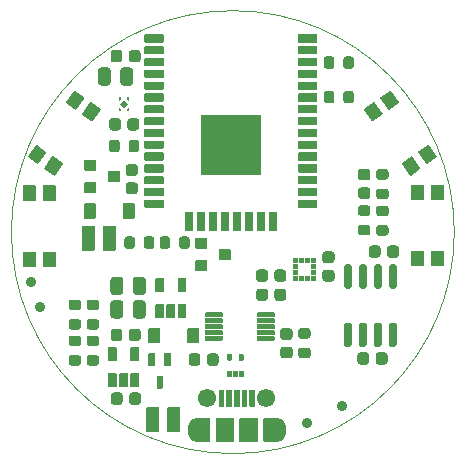
<source format=gts>
G04 #@! TF.GenerationSoftware,KiCad,Pcbnew,(5.1.10)-1*
G04 #@! TF.CreationDate,2021-07-30T17:06:45-07:00*
G04 #@! TF.ProjectId,esp32-smartwatch,65737033-322d-4736-9d61-727477617463,rev?*
G04 #@! TF.SameCoordinates,PX8f56560PY66b5f20*
G04 #@! TF.FileFunction,Soldermask,Top*
G04 #@! TF.FilePolarity,Negative*
%FSLAX46Y46*%
G04 Gerber Fmt 4.6, Leading zero omitted, Abs format (unit mm)*
G04 Created by KiCad (PCBNEW (5.1.10)-1) date 2021-07-30 17:06:45*
%MOMM*%
%LPD*%
G01*
G04 APERTURE LIST*
G04 #@! TA.AperFunction,Profile*
%ADD10C,0.050000*%
G04 #@! TD*
%ADD11O,1.300000X2.000000*%
%ADD12C,1.550000*%
%ADD13C,0.900000*%
%ADD14C,2.000000*%
G04 APERTURE END LIST*
D10*
X37530000Y18800000D02*
G75*
G03*
X37530000Y18800000I-18750000J0D01*
G01*
G36*
G01*
X12959300Y7509700D02*
X12959300Y8525700D01*
G75*
G02*
X13009300Y8575700I50000J0D01*
G01*
X13466500Y8575700D01*
G75*
G02*
X13516500Y8525700I0J-50000D01*
G01*
X13516500Y7509700D01*
G75*
G02*
X13466500Y7459700I-50000J0D01*
G01*
X13009300Y7459700D01*
G75*
G02*
X12959300Y7509700I0J50000D01*
G01*
G37*
G36*
G01*
X11638500Y7509700D02*
X11638500Y8525700D01*
G75*
G02*
X11688500Y8575700I50000J0D01*
G01*
X12145700Y8575700D01*
G75*
G02*
X12195700Y8525700I0J-50000D01*
G01*
X12195700Y7509700D01*
G75*
G02*
X12145700Y7459700I-50000J0D01*
G01*
X11688500Y7459700D01*
G75*
G02*
X11638500Y7509700I0J50000D01*
G01*
G37*
G36*
G01*
X12324300Y5579300D02*
X12324300Y6595300D01*
G75*
G02*
X12374300Y6645300I50000J0D01*
G01*
X12780700Y6645300D01*
G75*
G02*
X12830700Y6595300I0J-50000D01*
G01*
X12830700Y5579300D01*
G75*
G02*
X12780700Y5529300I-50000J0D01*
G01*
X12374300Y5529300D01*
G75*
G02*
X12324300Y5579300I0J50000D01*
G01*
G37*
G36*
G01*
X15568000Y1086000D02*
X15568000Y2986000D01*
G75*
G02*
X15618000Y3036000I50000J0D01*
G01*
X16818000Y3036000D01*
G75*
G02*
X16868000Y2986000I0J-50000D01*
G01*
X16868000Y1086000D01*
G75*
G02*
X16818000Y1036000I-50000J0D01*
G01*
X15618000Y1036000D01*
G75*
G02*
X15568000Y1086000I0J50000D01*
G01*
G37*
G36*
G01*
X21368000Y1086000D02*
X21368000Y2986000D01*
G75*
G02*
X21418000Y3036000I50000J0D01*
G01*
X22618000Y3036000D01*
G75*
G02*
X22668000Y2986000I0J-50000D01*
G01*
X22668000Y1086000D01*
G75*
G02*
X22618000Y1036000I-50000J0D01*
G01*
X21418000Y1036000D01*
G75*
G02*
X21368000Y1086000I0J50000D01*
G01*
G37*
D11*
X22618000Y2036000D03*
X15618000Y2036000D03*
G36*
G01*
X17318000Y1086000D02*
X17318000Y2986000D01*
G75*
G02*
X17368000Y3036000I50000J0D01*
G01*
X18868000Y3036000D01*
G75*
G02*
X18918000Y2986000I0J-50000D01*
G01*
X18918000Y1086000D01*
G75*
G02*
X18868000Y1036000I-50000J0D01*
G01*
X17368000Y1036000D01*
G75*
G02*
X17318000Y1086000I0J50000D01*
G01*
G37*
D12*
X21618000Y4736000D03*
G36*
G01*
X18868000Y4061000D02*
X18868000Y5411000D01*
G75*
G02*
X18918000Y5461000I50000J0D01*
G01*
X19318000Y5461000D01*
G75*
G02*
X19368000Y5411000I0J-50000D01*
G01*
X19368000Y4061000D01*
G75*
G02*
X19318000Y4011000I-50000J0D01*
G01*
X18918000Y4011000D01*
G75*
G02*
X18868000Y4061000I0J50000D01*
G01*
G37*
G36*
G01*
X19518000Y4061000D02*
X19518000Y5411000D01*
G75*
G02*
X19568000Y5461000I50000J0D01*
G01*
X19968000Y5461000D01*
G75*
G02*
X20018000Y5411000I0J-50000D01*
G01*
X20018000Y4061000D01*
G75*
G02*
X19968000Y4011000I-50000J0D01*
G01*
X19568000Y4011000D01*
G75*
G02*
X19518000Y4061000I0J50000D01*
G01*
G37*
G36*
G01*
X20168000Y4061000D02*
X20168000Y5411000D01*
G75*
G02*
X20218000Y5461000I50000J0D01*
G01*
X20618000Y5461000D01*
G75*
G02*
X20668000Y5411000I0J-50000D01*
G01*
X20668000Y4061000D01*
G75*
G02*
X20618000Y4011000I-50000J0D01*
G01*
X20218000Y4011000D01*
G75*
G02*
X20168000Y4061000I0J50000D01*
G01*
G37*
G36*
G01*
X17568000Y4061000D02*
X17568000Y5411000D01*
G75*
G02*
X17618000Y5461000I50000J0D01*
G01*
X18018000Y5461000D01*
G75*
G02*
X18068000Y5411000I0J-50000D01*
G01*
X18068000Y4061000D01*
G75*
G02*
X18018000Y4011000I-50000J0D01*
G01*
X17618000Y4011000D01*
G75*
G02*
X17568000Y4061000I0J50000D01*
G01*
G37*
G36*
G01*
X18218000Y4061000D02*
X18218000Y5411000D01*
G75*
G02*
X18268000Y5461000I50000J0D01*
G01*
X18668000Y5461000D01*
G75*
G02*
X18718000Y5411000I0J-50000D01*
G01*
X18718000Y4061000D01*
G75*
G02*
X18668000Y4011000I-50000J0D01*
G01*
X18268000Y4011000D01*
G75*
G02*
X18218000Y4061000I0J50000D01*
G01*
G37*
X16618000Y4736000D03*
G36*
G01*
X19318000Y1086000D02*
X19318000Y2986000D01*
G75*
G02*
X19368000Y3036000I50000J0D01*
G01*
X20868000Y3036000D01*
G75*
G02*
X20918000Y2986000I0J-50000D01*
G01*
X20918000Y1086000D01*
G75*
G02*
X20868000Y1036000I-50000J0D01*
G01*
X19368000Y1036000D01*
G75*
G02*
X19318000Y1086000I0J50000D01*
G01*
G37*
G36*
G01*
X1050000Y22758000D02*
X2050000Y22758000D01*
G75*
G02*
X2100000Y22708000I0J-50000D01*
G01*
X2100000Y21508000D01*
G75*
G02*
X2050000Y21458000I-50000J0D01*
G01*
X1050000Y21458000D01*
G75*
G02*
X1000000Y21508000I0J50000D01*
G01*
X1000000Y22708000D01*
G75*
G02*
X1050000Y22758000I50000J0D01*
G01*
G37*
G36*
G01*
X2750000Y22758000D02*
X3750000Y22758000D01*
G75*
G02*
X3800000Y22708000I0J-50000D01*
G01*
X3800000Y21508000D01*
G75*
G02*
X3750000Y21458000I-50000J0D01*
G01*
X2750000Y21458000D01*
G75*
G02*
X2700000Y21508000I0J50000D01*
G01*
X2700000Y22708000D01*
G75*
G02*
X2750000Y22758000I50000J0D01*
G01*
G37*
G36*
G01*
X2750000Y17158000D02*
X3750000Y17158000D01*
G75*
G02*
X3800000Y17108000I0J-50000D01*
G01*
X3800000Y15908000D01*
G75*
G02*
X3750000Y15858000I-50000J0D01*
G01*
X2750000Y15858000D01*
G75*
G02*
X2700000Y15908000I0J50000D01*
G01*
X2700000Y17108000D01*
G75*
G02*
X2750000Y17158000I50000J0D01*
G01*
G37*
G36*
G01*
X1050000Y17158000D02*
X2050000Y17158000D01*
G75*
G02*
X2100000Y17108000I0J-50000D01*
G01*
X2100000Y15908000D01*
G75*
G02*
X2050000Y15858000I-50000J0D01*
G01*
X1050000Y15858000D01*
G75*
G02*
X1000000Y15908000I0J50000D01*
G01*
X1000000Y17108000D01*
G75*
G02*
X1050000Y17158000I50000J0D01*
G01*
G37*
G36*
G01*
X32833666Y29717505D02*
X32014514Y29143929D01*
G75*
G02*
X31944877Y29156208I-28679J40958D01*
G01*
X31256585Y30139190D01*
G75*
G02*
X31268864Y30208827I40958J28679D01*
G01*
X32088016Y30782403D01*
G75*
G02*
X32157653Y30770124I28679J-40958D01*
G01*
X32845945Y29787142D01*
G75*
G02*
X32833666Y29717505I-40958J-28679D01*
G01*
G37*
G36*
G01*
X31441108Y28742425D02*
X30621956Y28168849D01*
G75*
G02*
X30552319Y28181128I-28679J40958D01*
G01*
X29864027Y29164110D01*
G75*
G02*
X29876306Y29233747I40958J28679D01*
G01*
X30695458Y29807323D01*
G75*
G02*
X30765095Y29795044I28679J-40958D01*
G01*
X31453387Y28812062D01*
G75*
G02*
X31441108Y28742425I-40958J-28679D01*
G01*
G37*
G36*
G01*
X34653136Y24155173D02*
X33833984Y23581597D01*
G75*
G02*
X33764347Y23593876I-28679J40958D01*
G01*
X33076055Y24576858D01*
G75*
G02*
X33088334Y24646495I40958J28679D01*
G01*
X33907486Y25220071D01*
G75*
G02*
X33977123Y25207792I28679J-40958D01*
G01*
X34665415Y24224810D01*
G75*
G02*
X34653136Y24155173I-40958J-28679D01*
G01*
G37*
G36*
G01*
X36045694Y25130253D02*
X35226542Y24556677D01*
G75*
G02*
X35156905Y24568956I-28679J40958D01*
G01*
X34468613Y25551938D01*
G75*
G02*
X34480892Y25621575I40958J28679D01*
G01*
X35300044Y26195151D01*
G75*
G02*
X35369681Y26182872I28679J-40958D01*
G01*
X36057973Y25199890D01*
G75*
G02*
X36045694Y25130253I-40958J-28679D01*
G01*
G37*
G36*
G01*
X30181250Y21612500D02*
X29618750Y21612500D01*
G75*
G02*
X29375000Y21856250I0J243750D01*
G01*
X29375000Y22343750D01*
G75*
G02*
X29618750Y22587500I243750J0D01*
G01*
X30181250Y22587500D01*
G75*
G02*
X30425000Y22343750I0J-243750D01*
G01*
X30425000Y21856250D01*
G75*
G02*
X30181250Y21612500I-243750J0D01*
G01*
G37*
G36*
G01*
X30181250Y23187500D02*
X29618750Y23187500D01*
G75*
G02*
X29375000Y23431250I0J243750D01*
G01*
X29375000Y23918750D01*
G75*
G02*
X29618750Y24162500I243750J0D01*
G01*
X30181250Y24162500D01*
G75*
G02*
X30425000Y23918750I0J-243750D01*
G01*
X30425000Y23431250D01*
G75*
G02*
X30181250Y23187500I-243750J0D01*
G01*
G37*
G36*
G01*
X20822000Y11649000D02*
X20822000Y11949000D01*
G75*
G02*
X20872000Y11999000I50000J0D01*
G01*
X22272000Y11999000D01*
G75*
G02*
X22322000Y11949000I0J-50000D01*
G01*
X22322000Y11649000D01*
G75*
G02*
X22272000Y11599000I-50000J0D01*
G01*
X20872000Y11599000D01*
G75*
G02*
X20822000Y11649000I0J50000D01*
G01*
G37*
G36*
G01*
X20822000Y11149000D02*
X20822000Y11449000D01*
G75*
G02*
X20872000Y11499000I50000J0D01*
G01*
X22272000Y11499000D01*
G75*
G02*
X22322000Y11449000I0J-50000D01*
G01*
X22322000Y11149000D01*
G75*
G02*
X22272000Y11099000I-50000J0D01*
G01*
X20872000Y11099000D01*
G75*
G02*
X20822000Y11149000I0J50000D01*
G01*
G37*
G36*
G01*
X20822000Y10649000D02*
X20822000Y10949000D01*
G75*
G02*
X20872000Y10999000I50000J0D01*
G01*
X22272000Y10999000D01*
G75*
G02*
X22322000Y10949000I0J-50000D01*
G01*
X22322000Y10649000D01*
G75*
G02*
X22272000Y10599000I-50000J0D01*
G01*
X20872000Y10599000D01*
G75*
G02*
X20822000Y10649000I0J50000D01*
G01*
G37*
G36*
G01*
X20822000Y10149000D02*
X20822000Y10449000D01*
G75*
G02*
X20872000Y10499000I50000J0D01*
G01*
X22272000Y10499000D01*
G75*
G02*
X22322000Y10449000I0J-50000D01*
G01*
X22322000Y10149000D01*
G75*
G02*
X22272000Y10099000I-50000J0D01*
G01*
X20872000Y10099000D01*
G75*
G02*
X20822000Y10149000I0J50000D01*
G01*
G37*
G36*
G01*
X20822000Y9649000D02*
X20822000Y9949000D01*
G75*
G02*
X20872000Y9999000I50000J0D01*
G01*
X22272000Y9999000D01*
G75*
G02*
X22322000Y9949000I0J-50000D01*
G01*
X22322000Y9649000D01*
G75*
G02*
X22272000Y9599000I-50000J0D01*
G01*
X20872000Y9599000D01*
G75*
G02*
X20822000Y9649000I0J50000D01*
G01*
G37*
G36*
G01*
X16422000Y9649000D02*
X16422000Y9949000D01*
G75*
G02*
X16472000Y9999000I50000J0D01*
G01*
X17872000Y9999000D01*
G75*
G02*
X17922000Y9949000I0J-50000D01*
G01*
X17922000Y9649000D01*
G75*
G02*
X17872000Y9599000I-50000J0D01*
G01*
X16472000Y9599000D01*
G75*
G02*
X16422000Y9649000I0J50000D01*
G01*
G37*
G36*
G01*
X16422000Y10149000D02*
X16422000Y10449000D01*
G75*
G02*
X16472000Y10499000I50000J0D01*
G01*
X17872000Y10499000D01*
G75*
G02*
X17922000Y10449000I0J-50000D01*
G01*
X17922000Y10149000D01*
G75*
G02*
X17872000Y10099000I-50000J0D01*
G01*
X16472000Y10099000D01*
G75*
G02*
X16422000Y10149000I0J50000D01*
G01*
G37*
G36*
G01*
X16422000Y10649000D02*
X16422000Y10949000D01*
G75*
G02*
X16472000Y10999000I50000J0D01*
G01*
X17872000Y10999000D01*
G75*
G02*
X17922000Y10949000I0J-50000D01*
G01*
X17922000Y10649000D01*
G75*
G02*
X17872000Y10599000I-50000J0D01*
G01*
X16472000Y10599000D01*
G75*
G02*
X16422000Y10649000I0J50000D01*
G01*
G37*
G36*
G01*
X16422000Y11149000D02*
X16422000Y11449000D01*
G75*
G02*
X16472000Y11499000I50000J0D01*
G01*
X17872000Y11499000D01*
G75*
G02*
X17922000Y11449000I0J-50000D01*
G01*
X17922000Y11149000D01*
G75*
G02*
X17872000Y11099000I-50000J0D01*
G01*
X16472000Y11099000D01*
G75*
G02*
X16422000Y11149000I0J50000D01*
G01*
G37*
G36*
G01*
X16422000Y11649000D02*
X16422000Y11949000D01*
G75*
G02*
X16472000Y11999000I50000J0D01*
G01*
X17872000Y11999000D01*
G75*
G02*
X17922000Y11949000I0J-50000D01*
G01*
X17922000Y11649000D01*
G75*
G02*
X17872000Y11599000I-50000J0D01*
G01*
X16472000Y11599000D01*
G75*
G02*
X16422000Y11649000I0J50000D01*
G01*
G37*
G36*
G01*
X16060000Y23698000D02*
X16060000Y28698000D01*
G75*
G02*
X16110000Y28748000I50000J0D01*
G01*
X21110000Y28748000D01*
G75*
G02*
X21160000Y28698000I0J-50000D01*
G01*
X21160000Y23698000D01*
G75*
G02*
X21110000Y23648000I-50000J0D01*
G01*
X16110000Y23648000D01*
G75*
G02*
X16060000Y23698000I0J50000D01*
G01*
G37*
G36*
G01*
X11298000Y20898000D02*
X11298000Y21498000D01*
G75*
G02*
X11348000Y21548000I50000J0D01*
G01*
X12872000Y21548000D01*
G75*
G02*
X12922000Y21498000I0J-50000D01*
G01*
X12922000Y20898000D01*
G75*
G02*
X12872000Y20848000I-50000J0D01*
G01*
X11348000Y20848000D01*
G75*
G02*
X11298000Y20898000I0J50000D01*
G01*
G37*
G36*
G01*
X11298000Y21898000D02*
X11298000Y22498000D01*
G75*
G02*
X11348000Y22548000I50000J0D01*
G01*
X12872000Y22548000D01*
G75*
G02*
X12922000Y22498000I0J-50000D01*
G01*
X12922000Y21898000D01*
G75*
G02*
X12872000Y21848000I-50000J0D01*
G01*
X11348000Y21848000D01*
G75*
G02*
X11298000Y21898000I0J50000D01*
G01*
G37*
G36*
G01*
X11298000Y22898000D02*
X11298000Y23498000D01*
G75*
G02*
X11348000Y23548000I50000J0D01*
G01*
X12872000Y23548000D01*
G75*
G02*
X12922000Y23498000I0J-50000D01*
G01*
X12922000Y22898000D01*
G75*
G02*
X12872000Y22848000I-50000J0D01*
G01*
X11348000Y22848000D01*
G75*
G02*
X11298000Y22898000I0J50000D01*
G01*
G37*
G36*
G01*
X11298000Y23898000D02*
X11298000Y24498000D01*
G75*
G02*
X11348000Y24548000I50000J0D01*
G01*
X12872000Y24548000D01*
G75*
G02*
X12922000Y24498000I0J-50000D01*
G01*
X12922000Y23898000D01*
G75*
G02*
X12872000Y23848000I-50000J0D01*
G01*
X11348000Y23848000D01*
G75*
G02*
X11298000Y23898000I0J50000D01*
G01*
G37*
G36*
G01*
X11298000Y24898000D02*
X11298000Y25498000D01*
G75*
G02*
X11348000Y25548000I50000J0D01*
G01*
X12872000Y25548000D01*
G75*
G02*
X12922000Y25498000I0J-50000D01*
G01*
X12922000Y24898000D01*
G75*
G02*
X12872000Y24848000I-50000J0D01*
G01*
X11348000Y24848000D01*
G75*
G02*
X11298000Y24898000I0J50000D01*
G01*
G37*
G36*
G01*
X11298000Y25898000D02*
X11298000Y26498000D01*
G75*
G02*
X11348000Y26548000I50000J0D01*
G01*
X12872000Y26548000D01*
G75*
G02*
X12922000Y26498000I0J-50000D01*
G01*
X12922000Y25898000D01*
G75*
G02*
X12872000Y25848000I-50000J0D01*
G01*
X11348000Y25848000D01*
G75*
G02*
X11298000Y25898000I0J50000D01*
G01*
G37*
G36*
G01*
X11298000Y26898000D02*
X11298000Y27498000D01*
G75*
G02*
X11348000Y27548000I50000J0D01*
G01*
X12872000Y27548000D01*
G75*
G02*
X12922000Y27498000I0J-50000D01*
G01*
X12922000Y26898000D01*
G75*
G02*
X12872000Y26848000I-50000J0D01*
G01*
X11348000Y26848000D01*
G75*
G02*
X11298000Y26898000I0J50000D01*
G01*
G37*
G36*
G01*
X11298000Y27898000D02*
X11298000Y28498000D01*
G75*
G02*
X11348000Y28548000I50000J0D01*
G01*
X12872000Y28548000D01*
G75*
G02*
X12922000Y28498000I0J-50000D01*
G01*
X12922000Y27898000D01*
G75*
G02*
X12872000Y27848000I-50000J0D01*
G01*
X11348000Y27848000D01*
G75*
G02*
X11298000Y27898000I0J50000D01*
G01*
G37*
G36*
G01*
X11298000Y28898000D02*
X11298000Y29498000D01*
G75*
G02*
X11348000Y29548000I50000J0D01*
G01*
X12872000Y29548000D01*
G75*
G02*
X12922000Y29498000I0J-50000D01*
G01*
X12922000Y28898000D01*
G75*
G02*
X12872000Y28848000I-50000J0D01*
G01*
X11348000Y28848000D01*
G75*
G02*
X11298000Y28898000I0J50000D01*
G01*
G37*
G36*
G01*
X11298000Y29898000D02*
X11298000Y30498000D01*
G75*
G02*
X11348000Y30548000I50000J0D01*
G01*
X12872000Y30548000D01*
G75*
G02*
X12922000Y30498000I0J-50000D01*
G01*
X12922000Y29898000D01*
G75*
G02*
X12872000Y29848000I-50000J0D01*
G01*
X11348000Y29848000D01*
G75*
G02*
X11298000Y29898000I0J50000D01*
G01*
G37*
G36*
G01*
X11298000Y30898000D02*
X11298000Y31498000D01*
G75*
G02*
X11348000Y31548000I50000J0D01*
G01*
X12872000Y31548000D01*
G75*
G02*
X12922000Y31498000I0J-50000D01*
G01*
X12922000Y30898000D01*
G75*
G02*
X12872000Y30848000I-50000J0D01*
G01*
X11348000Y30848000D01*
G75*
G02*
X11298000Y30898000I0J50000D01*
G01*
G37*
G36*
G01*
X11298000Y31898000D02*
X11298000Y32498000D01*
G75*
G02*
X11348000Y32548000I50000J0D01*
G01*
X12872000Y32548000D01*
G75*
G02*
X12922000Y32498000I0J-50000D01*
G01*
X12922000Y31898000D01*
G75*
G02*
X12872000Y31848000I-50000J0D01*
G01*
X11348000Y31848000D01*
G75*
G02*
X11298000Y31898000I0J50000D01*
G01*
G37*
G36*
G01*
X11298000Y32898000D02*
X11298000Y33498000D01*
G75*
G02*
X11348000Y33548000I50000J0D01*
G01*
X12872000Y33548000D01*
G75*
G02*
X12922000Y33498000I0J-50000D01*
G01*
X12922000Y32898000D01*
G75*
G02*
X12872000Y32848000I-50000J0D01*
G01*
X11348000Y32848000D01*
G75*
G02*
X11298000Y32898000I0J50000D01*
G01*
G37*
G36*
G01*
X11298000Y33898000D02*
X11298000Y34498000D01*
G75*
G02*
X11348000Y34548000I50000J0D01*
G01*
X12872000Y34548000D01*
G75*
G02*
X12922000Y34498000I0J-50000D01*
G01*
X12922000Y33898000D01*
G75*
G02*
X12872000Y33848000I-50000J0D01*
G01*
X11348000Y33848000D01*
G75*
G02*
X11298000Y33898000I0J50000D01*
G01*
G37*
G36*
G01*
X11298000Y34898000D02*
X11298000Y35498000D01*
G75*
G02*
X11348000Y35548000I50000J0D01*
G01*
X12872000Y35548000D01*
G75*
G02*
X12922000Y35498000I0J-50000D01*
G01*
X12922000Y34898000D01*
G75*
G02*
X12872000Y34848000I-50000J0D01*
G01*
X11348000Y34848000D01*
G75*
G02*
X11298000Y34898000I0J50000D01*
G01*
G37*
G36*
G01*
X24298000Y22898000D02*
X24298000Y23498000D01*
G75*
G02*
X24348000Y23548000I50000J0D01*
G01*
X25872000Y23548000D01*
G75*
G02*
X25922000Y23498000I0J-50000D01*
G01*
X25922000Y22898000D01*
G75*
G02*
X25872000Y22848000I-50000J0D01*
G01*
X24348000Y22848000D01*
G75*
G02*
X24298000Y22898000I0J50000D01*
G01*
G37*
G36*
G01*
X24298000Y24898000D02*
X24298000Y25498000D01*
G75*
G02*
X24348000Y25548000I50000J0D01*
G01*
X25872000Y25548000D01*
G75*
G02*
X25922000Y25498000I0J-50000D01*
G01*
X25922000Y24898000D01*
G75*
G02*
X25872000Y24848000I-50000J0D01*
G01*
X24348000Y24848000D01*
G75*
G02*
X24298000Y24898000I0J50000D01*
G01*
G37*
G36*
G01*
X24298000Y29898000D02*
X24298000Y30498000D01*
G75*
G02*
X24348000Y30548000I50000J0D01*
G01*
X25872000Y30548000D01*
G75*
G02*
X25922000Y30498000I0J-50000D01*
G01*
X25922000Y29898000D01*
G75*
G02*
X25872000Y29848000I-50000J0D01*
G01*
X24348000Y29848000D01*
G75*
G02*
X24298000Y29898000I0J50000D01*
G01*
G37*
G36*
G01*
X24298000Y23898000D02*
X24298000Y24498000D01*
G75*
G02*
X24348000Y24548000I50000J0D01*
G01*
X25872000Y24548000D01*
G75*
G02*
X25922000Y24498000I0J-50000D01*
G01*
X25922000Y23898000D01*
G75*
G02*
X25872000Y23848000I-50000J0D01*
G01*
X24348000Y23848000D01*
G75*
G02*
X24298000Y23898000I0J50000D01*
G01*
G37*
G36*
G01*
X24298000Y27898000D02*
X24298000Y28498000D01*
G75*
G02*
X24348000Y28548000I50000J0D01*
G01*
X25872000Y28548000D01*
G75*
G02*
X25922000Y28498000I0J-50000D01*
G01*
X25922000Y27898000D01*
G75*
G02*
X25872000Y27848000I-50000J0D01*
G01*
X24348000Y27848000D01*
G75*
G02*
X24298000Y27898000I0J50000D01*
G01*
G37*
G36*
G01*
X24298000Y21898000D02*
X24298000Y22498000D01*
G75*
G02*
X24348000Y22548000I50000J0D01*
G01*
X25872000Y22548000D01*
G75*
G02*
X25922000Y22498000I0J-50000D01*
G01*
X25922000Y21898000D01*
G75*
G02*
X25872000Y21848000I-50000J0D01*
G01*
X24348000Y21848000D01*
G75*
G02*
X24298000Y21898000I0J50000D01*
G01*
G37*
G36*
G01*
X24298000Y20898000D02*
X24298000Y21498000D01*
G75*
G02*
X24348000Y21548000I50000J0D01*
G01*
X25872000Y21548000D01*
G75*
G02*
X25922000Y21498000I0J-50000D01*
G01*
X25922000Y20898000D01*
G75*
G02*
X25872000Y20848000I-50000J0D01*
G01*
X24348000Y20848000D01*
G75*
G02*
X24298000Y20898000I0J50000D01*
G01*
G37*
G36*
G01*
X24298000Y30898000D02*
X24298000Y31498000D01*
G75*
G02*
X24348000Y31548000I50000J0D01*
G01*
X25872000Y31548000D01*
G75*
G02*
X25922000Y31498000I0J-50000D01*
G01*
X25922000Y30898000D01*
G75*
G02*
X25872000Y30848000I-50000J0D01*
G01*
X24348000Y30848000D01*
G75*
G02*
X24298000Y30898000I0J50000D01*
G01*
G37*
G36*
G01*
X24298000Y31898000D02*
X24298000Y32498000D01*
G75*
G02*
X24348000Y32548000I50000J0D01*
G01*
X25872000Y32548000D01*
G75*
G02*
X25922000Y32498000I0J-50000D01*
G01*
X25922000Y31898000D01*
G75*
G02*
X25872000Y31848000I-50000J0D01*
G01*
X24348000Y31848000D01*
G75*
G02*
X24298000Y31898000I0J50000D01*
G01*
G37*
G36*
G01*
X24298000Y32898000D02*
X24298000Y33498000D01*
G75*
G02*
X24348000Y33548000I50000J0D01*
G01*
X25872000Y33548000D01*
G75*
G02*
X25922000Y33498000I0J-50000D01*
G01*
X25922000Y32898000D01*
G75*
G02*
X25872000Y32848000I-50000J0D01*
G01*
X24348000Y32848000D01*
G75*
G02*
X24298000Y32898000I0J50000D01*
G01*
G37*
G36*
G01*
X24298000Y33898000D02*
X24298000Y34498000D01*
G75*
G02*
X24348000Y34548000I50000J0D01*
G01*
X25872000Y34548000D01*
G75*
G02*
X25922000Y34498000I0J-50000D01*
G01*
X25922000Y33898000D01*
G75*
G02*
X25872000Y33848000I-50000J0D01*
G01*
X24348000Y33848000D01*
G75*
G02*
X24298000Y33898000I0J50000D01*
G01*
G37*
G36*
G01*
X24298000Y26898000D02*
X24298000Y27498000D01*
G75*
G02*
X24348000Y27548000I50000J0D01*
G01*
X25872000Y27548000D01*
G75*
G02*
X25922000Y27498000I0J-50000D01*
G01*
X25922000Y26898000D01*
G75*
G02*
X25872000Y26848000I-50000J0D01*
G01*
X24348000Y26848000D01*
G75*
G02*
X24298000Y26898000I0J50000D01*
G01*
G37*
G36*
G01*
X24298000Y25898000D02*
X24298000Y26498000D01*
G75*
G02*
X24348000Y26548000I50000J0D01*
G01*
X25872000Y26548000D01*
G75*
G02*
X25922000Y26498000I0J-50000D01*
G01*
X25922000Y25898000D01*
G75*
G02*
X25872000Y25848000I-50000J0D01*
G01*
X24348000Y25848000D01*
G75*
G02*
X24298000Y25898000I0J50000D01*
G01*
G37*
G36*
G01*
X24298000Y34898000D02*
X24298000Y35498000D01*
G75*
G02*
X24348000Y35548000I50000J0D01*
G01*
X25872000Y35548000D01*
G75*
G02*
X25922000Y35498000I0J-50000D01*
G01*
X25922000Y34898000D01*
G75*
G02*
X25872000Y34848000I-50000J0D01*
G01*
X24348000Y34848000D01*
G75*
G02*
X24298000Y34898000I0J50000D01*
G01*
G37*
G36*
G01*
X24298000Y28898000D02*
X24298000Y29498000D01*
G75*
G02*
X24348000Y29548000I50000J0D01*
G01*
X25872000Y29548000D01*
G75*
G02*
X25922000Y29498000I0J-50000D01*
G01*
X25922000Y28898000D01*
G75*
G02*
X25872000Y28848000I-50000J0D01*
G01*
X24348000Y28848000D01*
G75*
G02*
X24298000Y28898000I0J50000D01*
G01*
G37*
G36*
G01*
X15354000Y18886000D02*
X14754000Y18886000D01*
G75*
G02*
X14704000Y18936000I0J50000D01*
G01*
X14704000Y20460000D01*
G75*
G02*
X14754000Y20510000I50000J0D01*
G01*
X15354000Y20510000D01*
G75*
G02*
X15404000Y20460000I0J-50000D01*
G01*
X15404000Y18936000D01*
G75*
G02*
X15354000Y18886000I-50000J0D01*
G01*
G37*
G36*
G01*
X16370000Y18886000D02*
X15770000Y18886000D01*
G75*
G02*
X15720000Y18936000I0J50000D01*
G01*
X15720000Y20460000D01*
G75*
G02*
X15770000Y20510000I50000J0D01*
G01*
X16370000Y20510000D01*
G75*
G02*
X16420000Y20460000I0J-50000D01*
G01*
X16420000Y18936000D01*
G75*
G02*
X16370000Y18886000I-50000J0D01*
G01*
G37*
G36*
G01*
X17386000Y18886000D02*
X16786000Y18886000D01*
G75*
G02*
X16736000Y18936000I0J50000D01*
G01*
X16736000Y20460000D01*
G75*
G02*
X16786000Y20510000I50000J0D01*
G01*
X17386000Y20510000D01*
G75*
G02*
X17436000Y20460000I0J-50000D01*
G01*
X17436000Y18936000D01*
G75*
G02*
X17386000Y18886000I-50000J0D01*
G01*
G37*
G36*
G01*
X18402000Y18886000D02*
X17802000Y18886000D01*
G75*
G02*
X17752000Y18936000I0J50000D01*
G01*
X17752000Y20460000D01*
G75*
G02*
X17802000Y20510000I50000J0D01*
G01*
X18402000Y20510000D01*
G75*
G02*
X18452000Y20460000I0J-50000D01*
G01*
X18452000Y18936000D01*
G75*
G02*
X18402000Y18886000I-50000J0D01*
G01*
G37*
G36*
G01*
X19418000Y18886000D02*
X18818000Y18886000D01*
G75*
G02*
X18768000Y18936000I0J50000D01*
G01*
X18768000Y20460000D01*
G75*
G02*
X18818000Y20510000I50000J0D01*
G01*
X19418000Y20510000D01*
G75*
G02*
X19468000Y20460000I0J-50000D01*
G01*
X19468000Y18936000D01*
G75*
G02*
X19418000Y18886000I-50000J0D01*
G01*
G37*
G36*
G01*
X20434000Y18886000D02*
X19834000Y18886000D01*
G75*
G02*
X19784000Y18936000I0J50000D01*
G01*
X19784000Y20460000D01*
G75*
G02*
X19834000Y20510000I50000J0D01*
G01*
X20434000Y20510000D01*
G75*
G02*
X20484000Y20460000I0J-50000D01*
G01*
X20484000Y18936000D01*
G75*
G02*
X20434000Y18886000I-50000J0D01*
G01*
G37*
G36*
G01*
X21450000Y18886000D02*
X20850000Y18886000D01*
G75*
G02*
X20800000Y18936000I0J50000D01*
G01*
X20800000Y20460000D01*
G75*
G02*
X20850000Y20510000I50000J0D01*
G01*
X21450000Y20510000D01*
G75*
G02*
X21500000Y20460000I0J-50000D01*
G01*
X21500000Y18936000D01*
G75*
G02*
X21450000Y18886000I-50000J0D01*
G01*
G37*
G36*
G01*
X22466000Y18886000D02*
X21866000Y18886000D01*
G75*
G02*
X21816000Y18936000I0J50000D01*
G01*
X21816000Y20460000D01*
G75*
G02*
X21866000Y20510000I50000J0D01*
G01*
X22466000Y20510000D01*
G75*
G02*
X22516000Y20460000I0J-50000D01*
G01*
X22516000Y18936000D01*
G75*
G02*
X22466000Y18886000I-50000J0D01*
G01*
G37*
G36*
G01*
X18641000Y6522000D02*
X18341000Y6522000D01*
G75*
G02*
X18291000Y6572000I0J50000D01*
G01*
X18291000Y7022000D01*
G75*
G02*
X18341000Y7072000I50000J0D01*
G01*
X18641000Y7072000D01*
G75*
G02*
X18691000Y7022000I0J-50000D01*
G01*
X18691000Y6572000D01*
G75*
G02*
X18641000Y6522000I-50000J0D01*
G01*
G37*
G36*
G01*
X19641000Y6522000D02*
X19341000Y6522000D01*
G75*
G02*
X19291000Y6572000I0J50000D01*
G01*
X19291000Y7022000D01*
G75*
G02*
X19341000Y7072000I50000J0D01*
G01*
X19641000Y7072000D01*
G75*
G02*
X19691000Y7022000I0J-50000D01*
G01*
X19691000Y6572000D01*
G75*
G02*
X19641000Y6522000I-50000J0D01*
G01*
G37*
G36*
G01*
X18641000Y7922000D02*
X18341000Y7922000D01*
G75*
G02*
X18291000Y7972000I0J50000D01*
G01*
X18291000Y8422000D01*
G75*
G02*
X18341000Y8472000I50000J0D01*
G01*
X18641000Y8472000D01*
G75*
G02*
X18691000Y8422000I0J-50000D01*
G01*
X18691000Y7972000D01*
G75*
G02*
X18641000Y7922000I-50000J0D01*
G01*
G37*
G36*
G01*
X19141000Y6522000D02*
X18841000Y6522000D01*
G75*
G02*
X18791000Y6572000I0J50000D01*
G01*
X18791000Y7022000D01*
G75*
G02*
X18841000Y7072000I50000J0D01*
G01*
X19141000Y7072000D01*
G75*
G02*
X19191000Y7022000I0J-50000D01*
G01*
X19191000Y6572000D01*
G75*
G02*
X19141000Y6522000I-50000J0D01*
G01*
G37*
G36*
G01*
X19641000Y7922000D02*
X19341000Y7922000D01*
G75*
G02*
X19291000Y7972000I0J50000D01*
G01*
X19291000Y8422000D01*
G75*
G02*
X19341000Y8472000I50000J0D01*
G01*
X19641000Y8472000D01*
G75*
G02*
X19691000Y8422000I0J-50000D01*
G01*
X19691000Y7972000D01*
G75*
G02*
X19641000Y7922000I-50000J0D01*
G01*
G37*
D13*
X1655500Y14545500D03*
X28008000Y4068000D03*
X2450000Y12450000D03*
X25087000Y2671000D03*
G36*
G01*
X12564000Y3925000D02*
X12564000Y1925000D01*
G75*
G02*
X12514000Y1875000I-50000J0D01*
G01*
X11514000Y1875000D01*
G75*
G02*
X11464000Y1925000I0J50000D01*
G01*
X11464000Y3925000D01*
G75*
G02*
X11514000Y3975000I50000J0D01*
G01*
X12514000Y3975000D01*
G75*
G02*
X12564000Y3925000I0J-50000D01*
G01*
G37*
G36*
G01*
X14334000Y3925000D02*
X14334000Y1925000D01*
G75*
G02*
X14284000Y1875000I-50000J0D01*
G01*
X13284000Y1875000D01*
G75*
G02*
X13234000Y1925000I0J50000D01*
G01*
X13234000Y3925000D01*
G75*
G02*
X13284000Y3975000I50000J0D01*
G01*
X14284000Y3975000D01*
G75*
G02*
X14334000Y3925000I0J-50000D01*
G01*
G37*
G36*
G01*
X5385984Y30782403D02*
X6205136Y30208827D01*
G75*
G02*
X6217415Y30139190I-28679J-40958D01*
G01*
X5529123Y29156208D01*
G75*
G02*
X5459486Y29143929I-40958J28679D01*
G01*
X4640334Y29717505D01*
G75*
G02*
X4628055Y29787142I28679J40958D01*
G01*
X5316347Y30770124D01*
G75*
G02*
X5385984Y30782403I40958J-28679D01*
G01*
G37*
G36*
G01*
X6778542Y29807323D02*
X7597694Y29233747D01*
G75*
G02*
X7609973Y29164110I-28679J-40958D01*
G01*
X6921681Y28181128D01*
G75*
G02*
X6852044Y28168849I-40958J28679D01*
G01*
X6032892Y28742425D01*
G75*
G02*
X6020613Y28812062I28679J40958D01*
G01*
X6708905Y29795044D01*
G75*
G02*
X6778542Y29807323I40958J-28679D01*
G01*
G37*
G36*
G01*
X3566514Y25220071D02*
X4385666Y24646495D01*
G75*
G02*
X4397945Y24576858I-28679J-40958D01*
G01*
X3709653Y23593876D01*
G75*
G02*
X3640016Y23581597I-40958J28679D01*
G01*
X2820864Y24155173D01*
G75*
G02*
X2808585Y24224810I28679J40958D01*
G01*
X3496877Y25207792D01*
G75*
G02*
X3566514Y25220071I40958J-28679D01*
G01*
G37*
G36*
G01*
X2173956Y26195151D02*
X2993108Y25621575D01*
G75*
G02*
X3005387Y25551938I-28679J-40958D01*
G01*
X2317095Y24568956D01*
G75*
G02*
X2247458Y24556677I-40958J28679D01*
G01*
X1428306Y25130253D01*
G75*
G02*
X1416027Y25199890I28679J40958D01*
G01*
X2104319Y26182872D01*
G75*
G02*
X2173956Y26195151I40958J-28679D01*
G01*
G37*
G36*
G01*
X36597000Y15900000D02*
X35597000Y15900000D01*
G75*
G02*
X35547000Y15950000I0J50000D01*
G01*
X35547000Y17150000D01*
G75*
G02*
X35597000Y17200000I50000J0D01*
G01*
X36597000Y17200000D01*
G75*
G02*
X36647000Y17150000I0J-50000D01*
G01*
X36647000Y15950000D01*
G75*
G02*
X36597000Y15900000I-50000J0D01*
G01*
G37*
G36*
G01*
X34897000Y15900000D02*
X33897000Y15900000D01*
G75*
G02*
X33847000Y15950000I0J50000D01*
G01*
X33847000Y17150000D01*
G75*
G02*
X33897000Y17200000I50000J0D01*
G01*
X34897000Y17200000D01*
G75*
G02*
X34947000Y17150000I0J-50000D01*
G01*
X34947000Y15950000D01*
G75*
G02*
X34897000Y15900000I-50000J0D01*
G01*
G37*
G36*
G01*
X34897000Y21500000D02*
X33897000Y21500000D01*
G75*
G02*
X33847000Y21550000I0J50000D01*
G01*
X33847000Y22750000D01*
G75*
G02*
X33897000Y22800000I50000J0D01*
G01*
X34897000Y22800000D01*
G75*
G02*
X34947000Y22750000I0J-50000D01*
G01*
X34947000Y21550000D01*
G75*
G02*
X34897000Y21500000I-50000J0D01*
G01*
G37*
G36*
G01*
X36597000Y21500000D02*
X35597000Y21500000D01*
G75*
G02*
X35547000Y21550000I0J50000D01*
G01*
X35547000Y22750000D01*
G75*
G02*
X35597000Y22800000I50000J0D01*
G01*
X36597000Y22800000D01*
G75*
G02*
X36647000Y22750000I0J-50000D01*
G01*
X36647000Y21550000D01*
G75*
G02*
X36597000Y21500000I-50000J0D01*
G01*
G37*
G36*
G01*
X28691000Y9077000D02*
X28341000Y9077000D01*
G75*
G02*
X28166000Y9252000I0J175000D01*
G01*
X28166000Y10952000D01*
G75*
G02*
X28341000Y11127000I175000J0D01*
G01*
X28691000Y11127000D01*
G75*
G02*
X28866000Y10952000I0J-175000D01*
G01*
X28866000Y9252000D01*
G75*
G02*
X28691000Y9077000I-175000J0D01*
G01*
G37*
G36*
G01*
X29961000Y9077000D02*
X29611000Y9077000D01*
G75*
G02*
X29436000Y9252000I0J175000D01*
G01*
X29436000Y10952000D01*
G75*
G02*
X29611000Y11127000I175000J0D01*
G01*
X29961000Y11127000D01*
G75*
G02*
X30136000Y10952000I0J-175000D01*
G01*
X30136000Y9252000D01*
G75*
G02*
X29961000Y9077000I-175000J0D01*
G01*
G37*
G36*
G01*
X31231000Y9077000D02*
X30881000Y9077000D01*
G75*
G02*
X30706000Y9252000I0J175000D01*
G01*
X30706000Y10952000D01*
G75*
G02*
X30881000Y11127000I175000J0D01*
G01*
X31231000Y11127000D01*
G75*
G02*
X31406000Y10952000I0J-175000D01*
G01*
X31406000Y9252000D01*
G75*
G02*
X31231000Y9077000I-175000J0D01*
G01*
G37*
G36*
G01*
X32501000Y9077000D02*
X32151000Y9077000D01*
G75*
G02*
X31976000Y9252000I0J175000D01*
G01*
X31976000Y10952000D01*
G75*
G02*
X32151000Y11127000I175000J0D01*
G01*
X32501000Y11127000D01*
G75*
G02*
X32676000Y10952000I0J-175000D01*
G01*
X32676000Y9252000D01*
G75*
G02*
X32501000Y9077000I-175000J0D01*
G01*
G37*
G36*
G01*
X32501000Y14027000D02*
X32151000Y14027000D01*
G75*
G02*
X31976000Y14202000I0J175000D01*
G01*
X31976000Y15902000D01*
G75*
G02*
X32151000Y16077000I175000J0D01*
G01*
X32501000Y16077000D01*
G75*
G02*
X32676000Y15902000I0J-175000D01*
G01*
X32676000Y14202000D01*
G75*
G02*
X32501000Y14027000I-175000J0D01*
G01*
G37*
G36*
G01*
X31231000Y14027000D02*
X30881000Y14027000D01*
G75*
G02*
X30706000Y14202000I0J175000D01*
G01*
X30706000Y15902000D01*
G75*
G02*
X30881000Y16077000I175000J0D01*
G01*
X31231000Y16077000D01*
G75*
G02*
X31406000Y15902000I0J-175000D01*
G01*
X31406000Y14202000D01*
G75*
G02*
X31231000Y14027000I-175000J0D01*
G01*
G37*
G36*
G01*
X29961000Y14027000D02*
X29611000Y14027000D01*
G75*
G02*
X29436000Y14202000I0J175000D01*
G01*
X29436000Y15902000D01*
G75*
G02*
X29611000Y16077000I175000J0D01*
G01*
X29961000Y16077000D01*
G75*
G02*
X30136000Y15902000I0J-175000D01*
G01*
X30136000Y14202000D01*
G75*
G02*
X29961000Y14027000I-175000J0D01*
G01*
G37*
G36*
G01*
X28691000Y14027000D02*
X28341000Y14027000D01*
G75*
G02*
X28166000Y14202000I0J175000D01*
G01*
X28166000Y15902000D01*
G75*
G02*
X28341000Y16077000I175000J0D01*
G01*
X28691000Y16077000D01*
G75*
G02*
X28866000Y15902000I0J-175000D01*
G01*
X28866000Y14202000D01*
G75*
G02*
X28691000Y14027000I-175000J0D01*
G01*
G37*
G36*
G01*
X23584000Y9664000D02*
X23034000Y9664000D01*
G75*
G02*
X22784000Y9914000I0J250000D01*
G01*
X22784000Y10414000D01*
G75*
G02*
X23034000Y10664000I250000J0D01*
G01*
X23584000Y10664000D01*
G75*
G02*
X23834000Y10414000I0J-250000D01*
G01*
X23834000Y9914000D01*
G75*
G02*
X23584000Y9664000I-250000J0D01*
G01*
G37*
G36*
G01*
X23584000Y8114000D02*
X23034000Y8114000D01*
G75*
G02*
X22784000Y8364000I0J250000D01*
G01*
X22784000Y8864000D01*
G75*
G02*
X23034000Y9114000I250000J0D01*
G01*
X23584000Y9114000D01*
G75*
G02*
X23834000Y8864000I0J-250000D01*
G01*
X23834000Y8364000D01*
G75*
G02*
X23584000Y8114000I-250000J0D01*
G01*
G37*
G36*
G01*
X5102000Y8392000D02*
X5702000Y8392000D01*
G75*
G02*
X5927000Y8167000I0J-225000D01*
G01*
X5927000Y7717000D01*
G75*
G02*
X5702000Y7492000I-225000J0D01*
G01*
X5102000Y7492000D01*
G75*
G02*
X4877000Y7717000I0J225000D01*
G01*
X4877000Y8167000D01*
G75*
G02*
X5102000Y8392000I225000J0D01*
G01*
G37*
G36*
G01*
X5102000Y10042000D02*
X5702000Y10042000D01*
G75*
G02*
X5927000Y9817000I0J-225000D01*
G01*
X5927000Y9367000D01*
G75*
G02*
X5702000Y9142000I-225000J0D01*
G01*
X5102000Y9142000D01*
G75*
G02*
X4877000Y9367000I0J225000D01*
G01*
X4877000Y9817000D01*
G75*
G02*
X5102000Y10042000I225000J0D01*
G01*
G37*
G36*
G01*
X8873000Y19292000D02*
X8873000Y17292000D01*
G75*
G02*
X8823000Y17242000I-50000J0D01*
G01*
X7823000Y17242000D01*
G75*
G02*
X7773000Y17292000I0J50000D01*
G01*
X7773000Y19292000D01*
G75*
G02*
X7823000Y19342000I50000J0D01*
G01*
X8823000Y19342000D01*
G75*
G02*
X8873000Y19292000I0J-50000D01*
G01*
G37*
G36*
G01*
X7103000Y19292000D02*
X7103000Y17292000D01*
G75*
G02*
X7053000Y17242000I-50000J0D01*
G01*
X6053000Y17242000D01*
G75*
G02*
X6003000Y17292000I0J50000D01*
G01*
X6003000Y19292000D01*
G75*
G02*
X6053000Y19342000I50000J0D01*
G01*
X7053000Y19342000D01*
G75*
G02*
X7103000Y19292000I0J-50000D01*
G01*
G37*
G36*
G01*
X31839000Y16874000D02*
X31839000Y17424000D01*
G75*
G02*
X32089000Y17674000I250000J0D01*
G01*
X32589000Y17674000D01*
G75*
G02*
X32839000Y17424000I0J-250000D01*
G01*
X32839000Y16874000D01*
G75*
G02*
X32589000Y16624000I-250000J0D01*
G01*
X32089000Y16624000D01*
G75*
G02*
X31839000Y16874000I0J250000D01*
G01*
G37*
G36*
G01*
X30289000Y16874000D02*
X30289000Y17424000D01*
G75*
G02*
X30539000Y17674000I250000J0D01*
G01*
X31039000Y17674000D01*
G75*
G02*
X31289000Y17424000I0J-250000D01*
G01*
X31289000Y16874000D01*
G75*
G02*
X31039000Y16624000I-250000J0D01*
G01*
X30539000Y16624000D01*
G75*
G02*
X30289000Y16874000I0J250000D01*
G01*
G37*
G36*
G01*
X17586000Y8280000D02*
X17586000Y7730000D01*
G75*
G02*
X17336000Y7480000I-250000J0D01*
G01*
X16836000Y7480000D01*
G75*
G02*
X16586000Y7730000I0J250000D01*
G01*
X16586000Y8280000D01*
G75*
G02*
X16836000Y8530000I250000J0D01*
G01*
X17336000Y8530000D01*
G75*
G02*
X17586000Y8280000I0J-250000D01*
G01*
G37*
G36*
G01*
X16036000Y8280000D02*
X16036000Y7730000D01*
G75*
G02*
X15786000Y7480000I-250000J0D01*
G01*
X15286000Y7480000D01*
G75*
G02*
X15036000Y7730000I0J250000D01*
G01*
X15036000Y8280000D01*
G75*
G02*
X15286000Y8530000I250000J0D01*
G01*
X15786000Y8530000D01*
G75*
G02*
X16036000Y8280000I0J-250000D01*
G01*
G37*
G36*
G01*
X27140000Y14617000D02*
X26590000Y14617000D01*
G75*
G02*
X26340000Y14867000I0J250000D01*
G01*
X26340000Y15367000D01*
G75*
G02*
X26590000Y15617000I250000J0D01*
G01*
X27140000Y15617000D01*
G75*
G02*
X27390000Y15367000I0J-250000D01*
G01*
X27390000Y14867000D01*
G75*
G02*
X27140000Y14617000I-250000J0D01*
G01*
G37*
G36*
G01*
X27140000Y16167000D02*
X26590000Y16167000D01*
G75*
G02*
X26340000Y16417000I0J250000D01*
G01*
X26340000Y16917000D01*
G75*
G02*
X26590000Y17167000I250000J0D01*
G01*
X27140000Y17167000D01*
G75*
G02*
X27390000Y16917000I0J-250000D01*
G01*
X27390000Y16417000D01*
G75*
G02*
X27140000Y16167000I-250000J0D01*
G01*
G37*
G36*
G01*
X11413000Y12759500D02*
X11413000Y11759500D01*
G75*
G02*
X11138000Y11484500I-275000J0D01*
G01*
X10588000Y11484500D01*
G75*
G02*
X10313000Y11759500I0J275000D01*
G01*
X10313000Y12759500D01*
G75*
G02*
X10588000Y13034500I275000J0D01*
G01*
X11138000Y13034500D01*
G75*
G02*
X11413000Y12759500I0J-275000D01*
G01*
G37*
G36*
G01*
X9513000Y12759500D02*
X9513000Y11759500D01*
G75*
G02*
X9238000Y11484500I-275000J0D01*
G01*
X8688000Y11484500D01*
G75*
G02*
X8413000Y11759500I0J275000D01*
G01*
X8413000Y12759500D01*
G75*
G02*
X8688000Y13034500I275000J0D01*
G01*
X9238000Y13034500D01*
G75*
G02*
X9513000Y12759500I0J-275000D01*
G01*
G37*
G36*
G01*
X23300000Y13775000D02*
X23300000Y13225000D01*
G75*
G02*
X23050000Y12975000I-250000J0D01*
G01*
X22550000Y12975000D01*
G75*
G02*
X22300000Y13225000I0J250000D01*
G01*
X22300000Y13775000D01*
G75*
G02*
X22550000Y14025000I250000J0D01*
G01*
X23050000Y14025000D01*
G75*
G02*
X23300000Y13775000I0J-250000D01*
G01*
G37*
G36*
G01*
X21750000Y13775000D02*
X21750000Y13225000D01*
G75*
G02*
X21500000Y12975000I-250000J0D01*
G01*
X21000000Y12975000D01*
G75*
G02*
X20750000Y13225000I0J250000D01*
G01*
X20750000Y13775000D01*
G75*
G02*
X21000000Y14025000I250000J0D01*
G01*
X21500000Y14025000D01*
G75*
G02*
X21750000Y13775000I0J-250000D01*
G01*
G37*
G36*
G01*
X21751000Y15392000D02*
X21751000Y14842000D01*
G75*
G02*
X21501000Y14592000I-250000J0D01*
G01*
X21001000Y14592000D01*
G75*
G02*
X20751000Y14842000I0J250000D01*
G01*
X20751000Y15392000D01*
G75*
G02*
X21001000Y15642000I250000J0D01*
G01*
X21501000Y15642000D01*
G75*
G02*
X21751000Y15392000I0J-250000D01*
G01*
G37*
G36*
G01*
X23301000Y15392000D02*
X23301000Y14842000D01*
G75*
G02*
X23051000Y14592000I-250000J0D01*
G01*
X22551000Y14592000D01*
G75*
G02*
X22301000Y14842000I0J250000D01*
G01*
X22301000Y15392000D01*
G75*
G02*
X22551000Y15642000I250000J0D01*
G01*
X23051000Y15642000D01*
G75*
G02*
X23301000Y15392000I0J-250000D01*
G01*
G37*
G36*
G01*
X9513000Y14750000D02*
X9513000Y13750000D01*
G75*
G02*
X9238000Y13475000I-275000J0D01*
G01*
X8688000Y13475000D01*
G75*
G02*
X8413000Y13750000I0J275000D01*
G01*
X8413000Y14750000D01*
G75*
G02*
X8688000Y15025000I275000J0D01*
G01*
X9238000Y15025000D01*
G75*
G02*
X9513000Y14750000I0J-275000D01*
G01*
G37*
G36*
G01*
X11413000Y14750000D02*
X11413000Y13750000D01*
G75*
G02*
X11138000Y13475000I-275000J0D01*
G01*
X10588000Y13475000D01*
G75*
G02*
X10313000Y13750000I0J275000D01*
G01*
X10313000Y14750000D01*
G75*
G02*
X10588000Y15025000I275000J0D01*
G01*
X11138000Y15025000D01*
G75*
G02*
X11413000Y14750000I0J-275000D01*
G01*
G37*
G36*
G01*
X29325000Y7825000D02*
X29325000Y8375000D01*
G75*
G02*
X29575000Y8625000I250000J0D01*
G01*
X30075000Y8625000D01*
G75*
G02*
X30325000Y8375000I0J-250000D01*
G01*
X30325000Y7825000D01*
G75*
G02*
X30075000Y7575000I-250000J0D01*
G01*
X29575000Y7575000D01*
G75*
G02*
X29325000Y7825000I0J250000D01*
G01*
G37*
G36*
G01*
X30875000Y7825000D02*
X30875000Y8375000D01*
G75*
G02*
X31125000Y8625000I250000J0D01*
G01*
X31625000Y8625000D01*
G75*
G02*
X31875000Y8375000I0J-250000D01*
G01*
X31875000Y7825000D01*
G75*
G02*
X31625000Y7575000I-250000J0D01*
G01*
X31125000Y7575000D01*
G75*
G02*
X30875000Y7825000I0J250000D01*
G01*
G37*
G36*
G01*
X10350000Y32475000D02*
X10350000Y31475000D01*
G75*
G02*
X10075000Y31200000I-275000J0D01*
G01*
X9525000Y31200000D01*
G75*
G02*
X9250000Y31475000I0J275000D01*
G01*
X9250000Y32475000D01*
G75*
G02*
X9525000Y32750000I275000J0D01*
G01*
X10075000Y32750000D01*
G75*
G02*
X10350000Y32475000I0J-275000D01*
G01*
G37*
G36*
G01*
X8450000Y32475000D02*
X8450000Y31475000D01*
G75*
G02*
X8175000Y31200000I-275000J0D01*
G01*
X7625000Y31200000D01*
G75*
G02*
X7350000Y31475000I0J275000D01*
G01*
X7350000Y32475000D01*
G75*
G02*
X7625000Y32750000I275000J0D01*
G01*
X8175000Y32750000D01*
G75*
G02*
X8450000Y32475000I0J-275000D01*
G01*
G37*
G36*
G01*
X9425000Y33975000D02*
X9425000Y33425000D01*
G75*
G02*
X9175000Y33175000I-250000J0D01*
G01*
X8675000Y33175000D01*
G75*
G02*
X8425000Y33425000I0J250000D01*
G01*
X8425000Y33975000D01*
G75*
G02*
X8675000Y34225000I250000J0D01*
G01*
X9175000Y34225000D01*
G75*
G02*
X9425000Y33975000I0J-250000D01*
G01*
G37*
G36*
G01*
X10975000Y33975000D02*
X10975000Y33425000D01*
G75*
G02*
X10725000Y33175000I-250000J0D01*
G01*
X10225000Y33175000D01*
G75*
G02*
X9975000Y33425000I0J250000D01*
G01*
X9975000Y33975000D01*
G75*
G02*
X10225000Y34225000I250000J0D01*
G01*
X10725000Y34225000D01*
G75*
G02*
X10975000Y33975000I0J-250000D01*
G01*
G37*
G36*
G01*
X10860000Y28205000D02*
X10860000Y27655000D01*
G75*
G02*
X10610000Y27405000I-250000J0D01*
G01*
X10110000Y27405000D01*
G75*
G02*
X9860000Y27655000I0J250000D01*
G01*
X9860000Y28205000D01*
G75*
G02*
X10110000Y28455000I250000J0D01*
G01*
X10610000Y28455000D01*
G75*
G02*
X10860000Y28205000I0J-250000D01*
G01*
G37*
G36*
G01*
X9310000Y28205000D02*
X9310000Y27655000D01*
G75*
G02*
X9060000Y27405000I-250000J0D01*
G01*
X8560000Y27405000D01*
G75*
G02*
X8310000Y27655000I0J250000D01*
G01*
X8310000Y28205000D01*
G75*
G02*
X8560000Y28455000I250000J0D01*
G01*
X9060000Y28455000D01*
G75*
G02*
X9310000Y28205000I0J-250000D01*
G01*
G37*
G36*
G01*
X9432000Y10375500D02*
X9432000Y9825500D01*
G75*
G02*
X9182000Y9575500I-250000J0D01*
G01*
X8682000Y9575500D01*
G75*
G02*
X8432000Y9825500I0J250000D01*
G01*
X8432000Y10375500D01*
G75*
G02*
X8682000Y10625500I250000J0D01*
G01*
X9182000Y10625500D01*
G75*
G02*
X9432000Y10375500I0J-250000D01*
G01*
G37*
G36*
G01*
X10982000Y10375500D02*
X10982000Y9825500D01*
G75*
G02*
X10732000Y9575500I-250000J0D01*
G01*
X10232000Y9575500D01*
G75*
G02*
X9982000Y9825500I0J250000D01*
G01*
X9982000Y10375500D01*
G75*
G02*
X10232000Y10625500I250000J0D01*
G01*
X10732000Y10625500D01*
G75*
G02*
X10982000Y10375500I0J-250000D01*
G01*
G37*
G36*
G01*
X11000000Y4975000D02*
X11000000Y4425000D01*
G75*
G02*
X10750000Y4175000I-250000J0D01*
G01*
X10250000Y4175000D01*
G75*
G02*
X10000000Y4425000I0J250000D01*
G01*
X10000000Y4975000D01*
G75*
G02*
X10250000Y5225000I250000J0D01*
G01*
X10750000Y5225000D01*
G75*
G02*
X11000000Y4975000I0J-250000D01*
G01*
G37*
G36*
G01*
X9450000Y4975000D02*
X9450000Y4425000D01*
G75*
G02*
X9200000Y4175000I-250000J0D01*
G01*
X8700000Y4175000D01*
G75*
G02*
X8450000Y4425000I0J250000D01*
G01*
X8450000Y4975000D01*
G75*
G02*
X8700000Y5225000I250000J0D01*
G01*
X9200000Y5225000D01*
G75*
G02*
X9450000Y4975000I0J-250000D01*
G01*
G37*
G36*
G01*
X10495000Y23560000D02*
X9945000Y23560000D01*
G75*
G02*
X9695000Y23810000I0J250000D01*
G01*
X9695000Y24310000D01*
G75*
G02*
X9945000Y24560000I250000J0D01*
G01*
X10495000Y24560000D01*
G75*
G02*
X10745000Y24310000I0J-250000D01*
G01*
X10745000Y23810000D01*
G75*
G02*
X10495000Y23560000I-250000J0D01*
G01*
G37*
G36*
G01*
X10495000Y22010000D02*
X9945000Y22010000D01*
G75*
G02*
X9695000Y22260000I0J250000D01*
G01*
X9695000Y22760000D01*
G75*
G02*
X9945000Y23010000I250000J0D01*
G01*
X10495000Y23010000D01*
G75*
G02*
X10745000Y22760000I0J-250000D01*
G01*
X10745000Y22260000D01*
G75*
G02*
X10495000Y22010000I-250000J0D01*
G01*
G37*
G36*
G01*
X11635000Y9437000D02*
X11635000Y10637000D01*
G75*
G02*
X11685000Y10687000I50000J0D01*
G01*
X12585000Y10687000D01*
G75*
G02*
X12635000Y10637000I0J-50000D01*
G01*
X12635000Y9437000D01*
G75*
G02*
X12585000Y9387000I-50000J0D01*
G01*
X11685000Y9387000D01*
G75*
G02*
X11635000Y9437000I0J50000D01*
G01*
G37*
G36*
G01*
X14935000Y9437000D02*
X14935000Y10637000D01*
G75*
G02*
X14985000Y10687000I50000J0D01*
G01*
X15885000Y10687000D01*
G75*
G02*
X15935000Y10637000I0J-50000D01*
G01*
X15935000Y9437000D01*
G75*
G02*
X15885000Y9387000I-50000J0D01*
G01*
X14985000Y9387000D01*
G75*
G02*
X14935000Y9437000I0J50000D01*
G01*
G37*
G36*
G01*
X7173000Y21178000D02*
X7173000Y19978000D01*
G75*
G02*
X7123000Y19928000I-50000J0D01*
G01*
X6223000Y19928000D01*
G75*
G02*
X6173000Y19978000I0J50000D01*
G01*
X6173000Y21178000D01*
G75*
G02*
X6223000Y21228000I50000J0D01*
G01*
X7123000Y21228000D01*
G75*
G02*
X7173000Y21178000I0J-50000D01*
G01*
G37*
G36*
G01*
X10473000Y21178000D02*
X10473000Y19978000D01*
G75*
G02*
X10423000Y19928000I-50000J0D01*
G01*
X9523000Y19928000D01*
G75*
G02*
X9473000Y19978000I0J50000D01*
G01*
X9473000Y21178000D01*
G75*
G02*
X9523000Y21228000I50000J0D01*
G01*
X10423000Y21228000D01*
G75*
G02*
X10473000Y21178000I0J-50000D01*
G01*
G37*
G36*
G01*
X15600000Y17450000D02*
X15600000Y18250000D01*
G75*
G02*
X15650000Y18300000I50000J0D01*
G01*
X16550000Y18300000D01*
G75*
G02*
X16600000Y18250000I0J-50000D01*
G01*
X16600000Y17450000D01*
G75*
G02*
X16550000Y17400000I-50000J0D01*
G01*
X15650000Y17400000D01*
G75*
G02*
X15600000Y17450000I0J50000D01*
G01*
G37*
G36*
G01*
X15600000Y15550000D02*
X15600000Y16350000D01*
G75*
G02*
X15650000Y16400000I50000J0D01*
G01*
X16550000Y16400000D01*
G75*
G02*
X16600000Y16350000I0J-50000D01*
G01*
X16600000Y15550000D01*
G75*
G02*
X16550000Y15500000I-50000J0D01*
G01*
X15650000Y15500000D01*
G75*
G02*
X15600000Y15550000I0J50000D01*
G01*
G37*
G36*
G01*
X17600000Y16500000D02*
X17600000Y17300000D01*
G75*
G02*
X17650000Y17350000I50000J0D01*
G01*
X18550000Y17350000D01*
G75*
G02*
X18600000Y17300000I0J-50000D01*
G01*
X18600000Y16500000D01*
G75*
G02*
X18550000Y16450000I-50000J0D01*
G01*
X17650000Y16450000D01*
G75*
G02*
X17600000Y16500000I0J50000D01*
G01*
G37*
G36*
G01*
X6210000Y24060000D02*
X6210000Y24860000D01*
G75*
G02*
X6260000Y24910000I50000J0D01*
G01*
X7160000Y24910000D01*
G75*
G02*
X7210000Y24860000I0J-50000D01*
G01*
X7210000Y24060000D01*
G75*
G02*
X7160000Y24010000I-50000J0D01*
G01*
X6260000Y24010000D01*
G75*
G02*
X6210000Y24060000I0J50000D01*
G01*
G37*
G36*
G01*
X6210000Y22160000D02*
X6210000Y22960000D01*
G75*
G02*
X6260000Y23010000I50000J0D01*
G01*
X7160000Y23010000D01*
G75*
G02*
X7210000Y22960000I0J-50000D01*
G01*
X7210000Y22160000D01*
G75*
G02*
X7160000Y22110000I-50000J0D01*
G01*
X6260000Y22110000D01*
G75*
G02*
X6210000Y22160000I0J50000D01*
G01*
G37*
G36*
G01*
X8210000Y23110000D02*
X8210000Y23910000D01*
G75*
G02*
X8260000Y23960000I50000J0D01*
G01*
X9160000Y23960000D01*
G75*
G02*
X9210000Y23910000I0J-50000D01*
G01*
X9210000Y23110000D01*
G75*
G02*
X9160000Y23060000I-50000J0D01*
G01*
X8260000Y23060000D01*
G75*
G02*
X8210000Y23110000I0J50000D01*
G01*
G37*
G36*
G01*
X29029000Y30530000D02*
X29029000Y29930000D01*
G75*
G02*
X28804000Y29705000I-225000J0D01*
G01*
X28354000Y29705000D01*
G75*
G02*
X28129000Y29930000I0J225000D01*
G01*
X28129000Y30530000D01*
G75*
G02*
X28354000Y30755000I225000J0D01*
G01*
X28804000Y30755000D01*
G75*
G02*
X29029000Y30530000I0J-225000D01*
G01*
G37*
G36*
G01*
X27379000Y30530000D02*
X27379000Y29930000D01*
G75*
G02*
X27154000Y29705000I-225000J0D01*
G01*
X26704000Y29705000D01*
G75*
G02*
X26479000Y29930000I0J225000D01*
G01*
X26479000Y30530000D01*
G75*
G02*
X26704000Y30755000I225000J0D01*
G01*
X27154000Y30755000D01*
G75*
G02*
X27379000Y30530000I0J-225000D01*
G01*
G37*
G36*
G01*
X27379000Y33451000D02*
X27379000Y32851000D01*
G75*
G02*
X27154000Y32626000I-225000J0D01*
G01*
X26704000Y32626000D01*
G75*
G02*
X26479000Y32851000I0J225000D01*
G01*
X26479000Y33451000D01*
G75*
G02*
X26704000Y33676000I225000J0D01*
G01*
X27154000Y33676000D01*
G75*
G02*
X27379000Y33451000I0J-225000D01*
G01*
G37*
G36*
G01*
X29029000Y33451000D02*
X29029000Y32851000D01*
G75*
G02*
X28804000Y32626000I-225000J0D01*
G01*
X28354000Y32626000D01*
G75*
G02*
X28129000Y32851000I0J225000D01*
G01*
X28129000Y33451000D01*
G75*
G02*
X28354000Y33676000I225000J0D01*
G01*
X28804000Y33676000D01*
G75*
G02*
X29029000Y33451000I0J-225000D01*
G01*
G37*
G36*
G01*
X24533000Y9027000D02*
X25133000Y9027000D01*
G75*
G02*
X25358000Y8802000I0J-225000D01*
G01*
X25358000Y8352000D01*
G75*
G02*
X25133000Y8127000I-225000J0D01*
G01*
X24533000Y8127000D01*
G75*
G02*
X24308000Y8352000I0J225000D01*
G01*
X24308000Y8802000D01*
G75*
G02*
X24533000Y9027000I225000J0D01*
G01*
G37*
G36*
G01*
X24533000Y10677000D02*
X25133000Y10677000D01*
G75*
G02*
X25358000Y10452000I0J-225000D01*
G01*
X25358000Y10002000D01*
G75*
G02*
X25133000Y9777000I-225000J0D01*
G01*
X24533000Y9777000D01*
G75*
G02*
X24308000Y10002000I0J225000D01*
G01*
X24308000Y10452000D01*
G75*
G02*
X24533000Y10677000I225000J0D01*
G01*
G37*
G36*
G01*
X5702000Y12190000D02*
X5102000Y12190000D01*
G75*
G02*
X4877000Y12415000I0J225000D01*
G01*
X4877000Y12865000D01*
G75*
G02*
X5102000Y13090000I225000J0D01*
G01*
X5702000Y13090000D01*
G75*
G02*
X5927000Y12865000I0J-225000D01*
G01*
X5927000Y12415000D01*
G75*
G02*
X5702000Y12190000I-225000J0D01*
G01*
G37*
G36*
G01*
X5702000Y10540000D02*
X5102000Y10540000D01*
G75*
G02*
X4877000Y10765000I0J225000D01*
G01*
X4877000Y11215000D01*
G75*
G02*
X5102000Y11440000I225000J0D01*
G01*
X5702000Y11440000D01*
G75*
G02*
X5927000Y11215000I0J-225000D01*
G01*
X5927000Y10765000D01*
G75*
G02*
X5702000Y10540000I-225000J0D01*
G01*
G37*
G36*
G01*
X7226000Y7492000D02*
X6626000Y7492000D01*
G75*
G02*
X6401000Y7717000I0J225000D01*
G01*
X6401000Y8167000D01*
G75*
G02*
X6626000Y8392000I225000J0D01*
G01*
X7226000Y8392000D01*
G75*
G02*
X7451000Y8167000I0J-225000D01*
G01*
X7451000Y7717000D01*
G75*
G02*
X7226000Y7492000I-225000J0D01*
G01*
G37*
G36*
G01*
X7226000Y9142000D02*
X6626000Y9142000D01*
G75*
G02*
X6401000Y9367000I0J225000D01*
G01*
X6401000Y9817000D01*
G75*
G02*
X6626000Y10042000I225000J0D01*
G01*
X7226000Y10042000D01*
G75*
G02*
X7451000Y9817000I0J-225000D01*
G01*
X7451000Y9367000D01*
G75*
G02*
X7226000Y9142000I-225000J0D01*
G01*
G37*
G36*
G01*
X7226000Y10540000D02*
X6626000Y10540000D01*
G75*
G02*
X6401000Y10765000I0J225000D01*
G01*
X6401000Y11215000D01*
G75*
G02*
X6626000Y11440000I225000J0D01*
G01*
X7226000Y11440000D01*
G75*
G02*
X7451000Y11215000I0J-225000D01*
G01*
X7451000Y10765000D01*
G75*
G02*
X7226000Y10540000I-225000J0D01*
G01*
G37*
G36*
G01*
X7226000Y12190000D02*
X6626000Y12190000D01*
G75*
G02*
X6401000Y12415000I0J225000D01*
G01*
X6401000Y12865000D01*
G75*
G02*
X6626000Y13090000I225000J0D01*
G01*
X7226000Y13090000D01*
G75*
G02*
X7451000Y12865000I0J-225000D01*
G01*
X7451000Y12415000D01*
G75*
G02*
X7226000Y12190000I-225000J0D01*
G01*
G37*
G36*
G01*
X29600000Y21075000D02*
X30200000Y21075000D01*
G75*
G02*
X30425000Y20850000I0J-225000D01*
G01*
X30425000Y20400000D01*
G75*
G02*
X30200000Y20175000I-225000J0D01*
G01*
X29600000Y20175000D01*
G75*
G02*
X29375000Y20400000I0J225000D01*
G01*
X29375000Y20850000D01*
G75*
G02*
X29600000Y21075000I225000J0D01*
G01*
G37*
G36*
G01*
X29600000Y19425000D02*
X30200000Y19425000D01*
G75*
G02*
X30425000Y19200000I0J-225000D01*
G01*
X30425000Y18750000D01*
G75*
G02*
X30200000Y18525000I-225000J0D01*
G01*
X29600000Y18525000D01*
G75*
G02*
X29375000Y18750000I0J225000D01*
G01*
X29375000Y19200000D01*
G75*
G02*
X29600000Y19425000I225000J0D01*
G01*
G37*
G36*
G01*
X12572000Y17611000D02*
X12572000Y18211000D01*
G75*
G02*
X12797000Y18436000I225000J0D01*
G01*
X13247000Y18436000D01*
G75*
G02*
X13472000Y18211000I0J-225000D01*
G01*
X13472000Y17611000D01*
G75*
G02*
X13247000Y17386000I-225000J0D01*
G01*
X12797000Y17386000D01*
G75*
G02*
X12572000Y17611000I0J225000D01*
G01*
G37*
G36*
G01*
X14222000Y17611000D02*
X14222000Y18211000D01*
G75*
G02*
X14447000Y18436000I225000J0D01*
G01*
X14897000Y18436000D01*
G75*
G02*
X15122000Y18211000I0J-225000D01*
G01*
X15122000Y17611000D01*
G75*
G02*
X14897000Y17386000I-225000J0D01*
G01*
X14447000Y17386000D01*
G75*
G02*
X14222000Y17611000I0J225000D01*
G01*
G37*
G36*
G01*
X10850000Y26390000D02*
X10850000Y25790000D01*
G75*
G02*
X10625000Y25565000I-225000J0D01*
G01*
X10175000Y25565000D01*
G75*
G02*
X9950000Y25790000I0J225000D01*
G01*
X9950000Y26390000D01*
G75*
G02*
X10175000Y26615000I225000J0D01*
G01*
X10625000Y26615000D01*
G75*
G02*
X10850000Y26390000I0J-225000D01*
G01*
G37*
G36*
G01*
X9200000Y26390000D02*
X9200000Y25790000D01*
G75*
G02*
X8975000Y25565000I-225000J0D01*
G01*
X8525000Y25565000D01*
G75*
G02*
X8300000Y25790000I0J225000D01*
G01*
X8300000Y26390000D01*
G75*
G02*
X8525000Y26615000I225000J0D01*
G01*
X8975000Y26615000D01*
G75*
G02*
X9200000Y26390000I0J-225000D01*
G01*
G37*
G36*
G01*
X10488000Y18211000D02*
X10488000Y17611000D01*
G75*
G02*
X10263000Y17386000I-225000J0D01*
G01*
X9813000Y17386000D01*
G75*
G02*
X9588000Y17611000I0J225000D01*
G01*
X9588000Y18211000D01*
G75*
G02*
X9813000Y18436000I225000J0D01*
G01*
X10263000Y18436000D01*
G75*
G02*
X10488000Y18211000I0J-225000D01*
G01*
G37*
G36*
G01*
X12138000Y18211000D02*
X12138000Y17611000D01*
G75*
G02*
X11913000Y17386000I-225000J0D01*
G01*
X11463000Y17386000D01*
G75*
G02*
X11238000Y17611000I0J225000D01*
G01*
X11238000Y18211000D01*
G75*
G02*
X11463000Y18436000I225000J0D01*
G01*
X11913000Y18436000D01*
G75*
G02*
X12138000Y18211000I0J-225000D01*
G01*
G37*
G36*
G01*
X31737000Y21589000D02*
X31137000Y21589000D01*
G75*
G02*
X30912000Y21814000I0J225000D01*
G01*
X30912000Y22264000D01*
G75*
G02*
X31137000Y22489000I225000J0D01*
G01*
X31737000Y22489000D01*
G75*
G02*
X31962000Y22264000I0J-225000D01*
G01*
X31962000Y21814000D01*
G75*
G02*
X31737000Y21589000I-225000J0D01*
G01*
G37*
G36*
G01*
X31737000Y23239000D02*
X31137000Y23239000D01*
G75*
G02*
X30912000Y23464000I0J225000D01*
G01*
X30912000Y23914000D01*
G75*
G02*
X31137000Y24139000I225000J0D01*
G01*
X31737000Y24139000D01*
G75*
G02*
X31962000Y23914000I0J-225000D01*
G01*
X31962000Y23464000D01*
G75*
G02*
X31737000Y23239000I-225000J0D01*
G01*
G37*
G36*
G01*
X31737000Y18500000D02*
X31137000Y18500000D01*
G75*
G02*
X30912000Y18725000I0J225000D01*
G01*
X30912000Y19175000D01*
G75*
G02*
X31137000Y19400000I225000J0D01*
G01*
X31737000Y19400000D01*
G75*
G02*
X31962000Y19175000I0J-225000D01*
G01*
X31962000Y18725000D01*
G75*
G02*
X31737000Y18500000I-225000J0D01*
G01*
G37*
G36*
G01*
X31737000Y20150000D02*
X31137000Y20150000D01*
G75*
G02*
X30912000Y20375000I0J225000D01*
G01*
X30912000Y20825000D01*
G75*
G02*
X31137000Y21050000I225000J0D01*
G01*
X31737000Y21050000D01*
G75*
G02*
X31962000Y20825000I0J-225000D01*
G01*
X31962000Y20375000D01*
G75*
G02*
X31737000Y20150000I-225000J0D01*
G01*
G37*
G36*
G01*
X24762000Y16150500D02*
X24412000Y16150500D01*
G75*
G02*
X24362000Y16200500I0J50000D01*
G01*
X24362000Y16575500D01*
G75*
G02*
X24412000Y16625500I50000J0D01*
G01*
X24762000Y16625500D01*
G75*
G02*
X24812000Y16575500I0J-50000D01*
G01*
X24812000Y16200500D01*
G75*
G02*
X24762000Y16150500I-50000J0D01*
G01*
G37*
G36*
G01*
X25262000Y16150500D02*
X24912000Y16150500D01*
G75*
G02*
X24862000Y16200500I0J50000D01*
G01*
X24862000Y16575500D01*
G75*
G02*
X24912000Y16625500I50000J0D01*
G01*
X25262000Y16625500D01*
G75*
G02*
X25312000Y16575500I0J-50000D01*
G01*
X25312000Y16200500D01*
G75*
G02*
X25262000Y16150500I-50000J0D01*
G01*
G37*
G36*
G01*
X25262000Y14625500D02*
X24912000Y14625500D01*
G75*
G02*
X24862000Y14675500I0J50000D01*
G01*
X24862000Y15050500D01*
G75*
G02*
X24912000Y15100500I50000J0D01*
G01*
X25262000Y15100500D01*
G75*
G02*
X25312000Y15050500I0J-50000D01*
G01*
X25312000Y14675500D01*
G75*
G02*
X25262000Y14625500I-50000J0D01*
G01*
G37*
G36*
G01*
X24762000Y14625500D02*
X24412000Y14625500D01*
G75*
G02*
X24362000Y14675500I0J50000D01*
G01*
X24362000Y15050500D01*
G75*
G02*
X24412000Y15100500I50000J0D01*
G01*
X24762000Y15100500D01*
G75*
G02*
X24812000Y15050500I0J-50000D01*
G01*
X24812000Y14675500D01*
G75*
G02*
X24762000Y14625500I-50000J0D01*
G01*
G37*
G36*
G01*
X25362000Y16200500D02*
X25362000Y16550500D01*
G75*
G02*
X25412000Y16600500I50000J0D01*
G01*
X25787000Y16600500D01*
G75*
G02*
X25837000Y16550500I0J-50000D01*
G01*
X25837000Y16200500D01*
G75*
G02*
X25787000Y16150500I-50000J0D01*
G01*
X25412000Y16150500D01*
G75*
G02*
X25362000Y16200500I0J50000D01*
G01*
G37*
G36*
G01*
X23837000Y16200500D02*
X23837000Y16550500D01*
G75*
G02*
X23887000Y16600500I50000J0D01*
G01*
X24262000Y16600500D01*
G75*
G02*
X24312000Y16550500I0J-50000D01*
G01*
X24312000Y16200500D01*
G75*
G02*
X24262000Y16150500I-50000J0D01*
G01*
X23887000Y16150500D01*
G75*
G02*
X23837000Y16200500I0J50000D01*
G01*
G37*
G36*
G01*
X25362000Y14700500D02*
X25362000Y15050500D01*
G75*
G02*
X25412000Y15100500I50000J0D01*
G01*
X25787000Y15100500D01*
G75*
G02*
X25837000Y15050500I0J-50000D01*
G01*
X25837000Y14700500D01*
G75*
G02*
X25787000Y14650500I-50000J0D01*
G01*
X25412000Y14650500D01*
G75*
G02*
X25362000Y14700500I0J50000D01*
G01*
G37*
G36*
G01*
X23837000Y14700500D02*
X23837000Y15050500D01*
G75*
G02*
X23887000Y15100500I50000J0D01*
G01*
X24262000Y15100500D01*
G75*
G02*
X24312000Y15050500I0J-50000D01*
G01*
X24312000Y14700500D01*
G75*
G02*
X24262000Y14650500I-50000J0D01*
G01*
X23887000Y14650500D01*
G75*
G02*
X23837000Y14700500I0J50000D01*
G01*
G37*
G36*
G01*
X25362000Y15200500D02*
X25362000Y15550500D01*
G75*
G02*
X25412000Y15600500I50000J0D01*
G01*
X25787000Y15600500D01*
G75*
G02*
X25837000Y15550500I0J-50000D01*
G01*
X25837000Y15200500D01*
G75*
G02*
X25787000Y15150500I-50000J0D01*
G01*
X25412000Y15150500D01*
G75*
G02*
X25362000Y15200500I0J50000D01*
G01*
G37*
G36*
G01*
X25362000Y15700500D02*
X25362000Y16050500D01*
G75*
G02*
X25412000Y16100500I50000J0D01*
G01*
X25787000Y16100500D01*
G75*
G02*
X25837000Y16050500I0J-50000D01*
G01*
X25837000Y15700500D01*
G75*
G02*
X25787000Y15650500I-50000J0D01*
G01*
X25412000Y15650500D01*
G75*
G02*
X25362000Y15700500I0J50000D01*
G01*
G37*
G36*
G01*
X23837000Y15200500D02*
X23837000Y15550500D01*
G75*
G02*
X23887000Y15600500I50000J0D01*
G01*
X24262000Y15600500D01*
G75*
G02*
X24312000Y15550500I0J-50000D01*
G01*
X24312000Y15200500D01*
G75*
G02*
X24262000Y15150500I-50000J0D01*
G01*
X23887000Y15150500D01*
G75*
G02*
X23837000Y15200500I0J50000D01*
G01*
G37*
G36*
G01*
X23837000Y15700500D02*
X23837000Y16050500D01*
G75*
G02*
X23887000Y16100500I50000J0D01*
G01*
X24262000Y16100500D01*
G75*
G02*
X24312000Y16050500I0J-50000D01*
G01*
X24312000Y15700500D01*
G75*
G02*
X24262000Y15650500I-50000J0D01*
G01*
X23887000Y15650500D01*
G75*
G02*
X23837000Y15700500I0J50000D01*
G01*
G37*
G36*
G01*
X12905000Y11532000D02*
X12255000Y11532000D01*
G75*
G02*
X12205000Y11582000I0J50000D01*
G01*
X12205000Y12642000D01*
G75*
G02*
X12255000Y12692000I50000J0D01*
G01*
X12905000Y12692000D01*
G75*
G02*
X12955000Y12642000I0J-50000D01*
G01*
X12955000Y11582000D01*
G75*
G02*
X12905000Y11532000I-50000J0D01*
G01*
G37*
G36*
G01*
X13855000Y11532000D02*
X13205000Y11532000D01*
G75*
G02*
X13155000Y11582000I0J50000D01*
G01*
X13155000Y12642000D01*
G75*
G02*
X13205000Y12692000I50000J0D01*
G01*
X13855000Y12692000D01*
G75*
G02*
X13905000Y12642000I0J-50000D01*
G01*
X13905000Y11582000D01*
G75*
G02*
X13855000Y11532000I-50000J0D01*
G01*
G37*
G36*
G01*
X14805000Y11532000D02*
X14155000Y11532000D01*
G75*
G02*
X14105000Y11582000I0J50000D01*
G01*
X14105000Y12642000D01*
G75*
G02*
X14155000Y12692000I50000J0D01*
G01*
X14805000Y12692000D01*
G75*
G02*
X14855000Y12642000I0J-50000D01*
G01*
X14855000Y11582000D01*
G75*
G02*
X14805000Y11532000I-50000J0D01*
G01*
G37*
G36*
G01*
X14805000Y13732000D02*
X14155000Y13732000D01*
G75*
G02*
X14105000Y13782000I0J50000D01*
G01*
X14105000Y14842000D01*
G75*
G02*
X14155000Y14892000I50000J0D01*
G01*
X14805000Y14892000D01*
G75*
G02*
X14855000Y14842000I0J-50000D01*
G01*
X14855000Y13782000D01*
G75*
G02*
X14805000Y13732000I-50000J0D01*
G01*
G37*
G36*
G01*
X12905000Y13732000D02*
X12255000Y13732000D01*
G75*
G02*
X12205000Y13782000I0J50000D01*
G01*
X12205000Y14842000D01*
G75*
G02*
X12255000Y14892000I50000J0D01*
G01*
X12905000Y14892000D01*
G75*
G02*
X12955000Y14842000I0J-50000D01*
G01*
X12955000Y13782000D01*
G75*
G02*
X12905000Y13732000I-50000J0D01*
G01*
G37*
D14*
G36*
X9220589Y29640000D02*
G01*
X9560000Y29979411D01*
X9899411Y29640000D01*
X9560000Y29300589D01*
X9220589Y29640000D01*
G37*
G36*
X9160000Y29890000D02*
G01*
X9130000Y29890000D01*
X9130000Y30250000D01*
X9340000Y30250000D01*
X9340000Y30070000D01*
X9160000Y29890000D01*
G37*
G36*
X9130000Y29030000D02*
G01*
X9130000Y29390000D01*
X9160000Y29390000D01*
X9340000Y29210000D01*
X9340000Y29030000D01*
X9130000Y29030000D01*
G37*
G36*
X9780000Y29030000D02*
G01*
X9780000Y29210000D01*
X9960000Y29390000D01*
X9990000Y29390000D01*
X9990000Y29030000D01*
X9780000Y29030000D01*
G37*
G36*
X9960000Y29890000D02*
G01*
X9780000Y30070000D01*
X9780000Y30250000D01*
X9990000Y30250000D01*
X9990000Y29890000D01*
X9960000Y29890000D01*
G37*
G36*
G01*
X8907000Y5690000D02*
X8257000Y5690000D01*
G75*
G02*
X8207000Y5740000I0J50000D01*
G01*
X8207000Y6800000D01*
G75*
G02*
X8257000Y6850000I50000J0D01*
G01*
X8907000Y6850000D01*
G75*
G02*
X8957000Y6800000I0J-50000D01*
G01*
X8957000Y5740000D01*
G75*
G02*
X8907000Y5690000I-50000J0D01*
G01*
G37*
G36*
G01*
X9857000Y5690000D02*
X9207000Y5690000D01*
G75*
G02*
X9157000Y5740000I0J50000D01*
G01*
X9157000Y6800000D01*
G75*
G02*
X9207000Y6850000I50000J0D01*
G01*
X9857000Y6850000D01*
G75*
G02*
X9907000Y6800000I0J-50000D01*
G01*
X9907000Y5740000D01*
G75*
G02*
X9857000Y5690000I-50000J0D01*
G01*
G37*
G36*
G01*
X10807000Y5690000D02*
X10157000Y5690000D01*
G75*
G02*
X10107000Y5740000I0J50000D01*
G01*
X10107000Y6800000D01*
G75*
G02*
X10157000Y6850000I50000J0D01*
G01*
X10807000Y6850000D01*
G75*
G02*
X10857000Y6800000I0J-50000D01*
G01*
X10857000Y5740000D01*
G75*
G02*
X10807000Y5690000I-50000J0D01*
G01*
G37*
G36*
G01*
X10807000Y7890000D02*
X10157000Y7890000D01*
G75*
G02*
X10107000Y7940000I0J50000D01*
G01*
X10107000Y9000000D01*
G75*
G02*
X10157000Y9050000I50000J0D01*
G01*
X10807000Y9050000D01*
G75*
G02*
X10857000Y9000000I0J-50000D01*
G01*
X10857000Y7940000D01*
G75*
G02*
X10807000Y7890000I-50000J0D01*
G01*
G37*
G36*
G01*
X8907000Y7890000D02*
X8257000Y7890000D01*
G75*
G02*
X8207000Y7940000I0J50000D01*
G01*
X8207000Y9000000D01*
G75*
G02*
X8257000Y9050000I50000J0D01*
G01*
X8907000Y9050000D01*
G75*
G02*
X8957000Y9000000I0J-50000D01*
G01*
X8957000Y7940000D01*
G75*
G02*
X8907000Y7890000I-50000J0D01*
G01*
G37*
M02*

</source>
